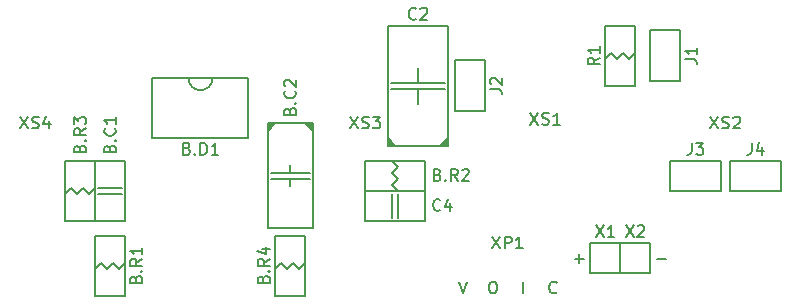
<source format=gbr>
G04 #@! TF.GenerationSoftware,KiCad,Pcbnew,5.1.6-c6e7f7d~87~ubuntu19.10.1*
G04 #@! TF.CreationDate,2022-07-30T16:28:51+06:00*
G04 #@! TF.ProjectId,1590BB2_connector_board_extended_r1a,31353930-4242-4325-9f63-6f6e6e656374,1A*
G04 #@! TF.SameCoordinates,Original*
G04 #@! TF.FileFunction,Legend,Top*
G04 #@! TF.FilePolarity,Positive*
%FSLAX46Y46*%
G04 Gerber Fmt 4.6, Leading zero omitted, Abs format (unit mm)*
G04 Created by KiCad (PCBNEW 5.1.6-c6e7f7d~87~ubuntu19.10.1) date 2022-07-30 16:28:51*
%MOMM*%
%LPD*%
G01*
G04 APERTURE LIST*
%ADD10C,0.200000*%
%ADD11R,2.000000X1.800000*%
%ADD12R,1.800000X2.000000*%
%ADD13R,2.600000X2.800000*%
%ADD14R,2.400000X0.800000*%
%ADD15R,2.400000X2.800000*%
%ADD16R,2.700000X2.700000*%
%ADD17O,2.900000X4.200000*%
%ADD18O,2.700000X4.100000*%
%ADD19O,5.700000X3.200000*%
%ADD20O,3.200000X5.200000*%
%ADD21O,5.200000X3.200000*%
%ADD22C,2.100000*%
%ADD23R,2.100000X2.100000*%
G04 APERTURE END LIST*
D10*
X120324523Y-160377142D02*
X120276904Y-160424761D01*
X120134047Y-160472380D01*
X120038809Y-160472380D01*
X119895952Y-160424761D01*
X119800714Y-160329523D01*
X119753095Y-160234285D01*
X119705476Y-160043809D01*
X119705476Y-159900952D01*
X119753095Y-159710476D01*
X119800714Y-159615238D01*
X119895952Y-159520000D01*
X120038809Y-159472380D01*
X120134047Y-159472380D01*
X120276904Y-159520000D01*
X120324523Y-159567619D01*
X117475000Y-160472380D02*
X117475000Y-159472380D01*
X114839761Y-159472380D02*
X115030238Y-159472380D01*
X115125476Y-159520000D01*
X115220714Y-159615238D01*
X115268333Y-159805714D01*
X115268333Y-160139047D01*
X115220714Y-160329523D01*
X115125476Y-160424761D01*
X115030238Y-160472380D01*
X114839761Y-160472380D01*
X114744523Y-160424761D01*
X114649285Y-160329523D01*
X114601666Y-160139047D01*
X114601666Y-159805714D01*
X114649285Y-159615238D01*
X114744523Y-159520000D01*
X114839761Y-159472380D01*
X112061666Y-159472380D02*
X112395000Y-160472380D01*
X112728333Y-159472380D01*
X128841547Y-157551428D02*
X129603452Y-157551428D01*
X121856547Y-157551428D02*
X122618452Y-157551428D01*
X122237500Y-157932380D02*
X122237500Y-157170476D01*
X111760000Y-140716000D02*
X111760000Y-145034000D01*
X114300000Y-140716000D02*
X114300000Y-145034000D01*
X114300000Y-145034000D02*
X111760000Y-145034000D01*
X114300000Y-140716000D02*
X111760000Y-140716000D01*
X139319000Y-149225000D02*
X135001000Y-149225000D01*
X139319000Y-151765000D02*
X135001000Y-151765000D01*
X135001000Y-151765000D02*
X135001000Y-149225000D01*
X139319000Y-151765000D02*
X139319000Y-149225000D01*
X129921000Y-151765000D02*
X134239000Y-151765000D01*
X129921000Y-149225000D02*
X134239000Y-149225000D01*
X134239000Y-149225000D02*
X134239000Y-151765000D01*
X129921000Y-149225000D02*
X129921000Y-151765000D01*
X130810000Y-142494000D02*
X130810000Y-138176000D01*
X128270000Y-142494000D02*
X128270000Y-138176000D01*
X128270000Y-138176000D02*
X130810000Y-138176000D01*
X128270000Y-142494000D02*
X130810000Y-142494000D01*
X108585000Y-142621000D02*
X108585000Y-141351000D01*
X108585000Y-144399000D02*
X108585000Y-143129000D01*
G36*
X106680000Y-147955000D02*
G01*
X106045000Y-147955000D01*
X106045000Y-147320000D01*
X106680000Y-147955000D01*
G37*
X106680000Y-147955000D02*
X106045000Y-147955000D01*
X106045000Y-147320000D01*
X106680000Y-147955000D01*
G36*
X111125000Y-147320000D02*
G01*
X111125000Y-147955000D01*
X110490000Y-147955000D01*
X111125000Y-147320000D01*
G37*
X111125000Y-147320000D02*
X111125000Y-147955000D01*
X110490000Y-147955000D01*
X111125000Y-147320000D01*
X106045000Y-147955000D02*
X111125000Y-147955000D01*
X106299000Y-143129000D02*
X110871000Y-143129000D01*
X106299000Y-142621000D02*
X110871000Y-142621000D01*
X106045000Y-137795000D02*
X111125000Y-137795000D01*
X106045000Y-147955000D02*
X106045000Y-137795000D01*
X111125000Y-147955000D02*
X111125000Y-137795000D01*
X97536000Y-158369000D02*
X97028000Y-157861000D01*
X97028000Y-157861000D02*
X96520000Y-158369000D01*
X97536000Y-158369000D02*
X98044000Y-157861000D01*
X98044000Y-157861000D02*
X98552000Y-158369000D01*
X98552000Y-158369000D02*
X99060000Y-157861000D01*
X99060000Y-160655000D02*
X99060000Y-155575000D01*
X96520000Y-160655000D02*
X96520000Y-155575000D01*
X96520000Y-155575000D02*
X99060000Y-155575000D01*
X96520000Y-160655000D02*
X99060000Y-160655000D01*
X78740000Y-154305000D02*
X81280000Y-154305000D01*
X78740000Y-149225000D02*
X81280000Y-149225000D01*
X78740000Y-154305000D02*
X78740000Y-149225000D01*
X81280000Y-154305000D02*
X81280000Y-149225000D01*
X80772000Y-152019000D02*
X81280000Y-151511000D01*
X80264000Y-151511000D02*
X80772000Y-152019000D01*
X79756000Y-152019000D02*
X80264000Y-151511000D01*
X79248000Y-151511000D02*
X78740000Y-152019000D01*
X79756000Y-152019000D02*
X79248000Y-151511000D01*
X104140000Y-149225000D02*
X104140000Y-151765000D01*
X109220000Y-149225000D02*
X109220000Y-151765000D01*
X104140000Y-149225000D02*
X109220000Y-149225000D01*
X104140000Y-151765000D02*
X109220000Y-151765000D01*
X106426000Y-151257000D02*
X106934000Y-151765000D01*
X106934000Y-150749000D02*
X106426000Y-151257000D01*
X106426000Y-150241000D02*
X106934000Y-150749000D01*
X106934000Y-149733000D02*
X106426000Y-149225000D01*
X106426000Y-150241000D02*
X106934000Y-149733000D01*
X82296000Y-158369000D02*
X81788000Y-157861000D01*
X81788000Y-157861000D02*
X81280000Y-158369000D01*
X82296000Y-158369000D02*
X82804000Y-157861000D01*
X82804000Y-157861000D02*
X83312000Y-158369000D01*
X83312000Y-158369000D02*
X83820000Y-157861000D01*
X83820000Y-160655000D02*
X83820000Y-155575000D01*
X81280000Y-160655000D02*
X81280000Y-155575000D01*
X81280000Y-155575000D02*
X83820000Y-155575000D01*
X81280000Y-160655000D02*
X83820000Y-160655000D01*
X86106000Y-142240000D02*
X94234000Y-142240000D01*
X94234000Y-142240000D02*
X94234000Y-147320000D01*
X94234000Y-147320000D02*
X86106000Y-147320000D01*
X86106000Y-142240000D02*
X86106000Y-147320000D01*
X89154000Y-142240000D02*
G75*
G03*
X91186000Y-142240000I1016000J0D01*
G01*
G36*
X99060000Y-146050000D02*
G01*
X99695000Y-146050000D01*
X99695000Y-146685000D01*
X99060000Y-146050000D01*
G37*
X99060000Y-146050000D02*
X99695000Y-146050000D01*
X99695000Y-146685000D01*
X99060000Y-146050000D01*
G36*
X95885000Y-146685000D02*
G01*
X95885000Y-146050000D01*
X96520000Y-146050000D01*
X95885000Y-146685000D01*
G37*
X95885000Y-146685000D02*
X95885000Y-146050000D01*
X96520000Y-146050000D01*
X95885000Y-146685000D01*
X95885000Y-146050000D02*
X95885000Y-154940000D01*
X99695000Y-146050000D02*
X99695000Y-154940000D01*
X99695000Y-154940000D02*
X95885000Y-154940000D01*
X99441000Y-150749000D02*
X96139000Y-150749000D01*
X99441000Y-150241000D02*
X96139000Y-150241000D01*
X99695000Y-146050000D02*
X95885000Y-146050000D01*
X97790000Y-149606000D02*
X97790000Y-150241000D01*
X97790000Y-150749000D02*
X97790000Y-151384000D01*
X83820000Y-154305000D02*
X83820000Y-149225000D01*
X81280000Y-154305000D02*
X81280000Y-149225000D01*
X81534000Y-151511000D02*
X83566000Y-151511000D01*
X81534000Y-152019000D02*
X83566000Y-152019000D01*
X81280000Y-149225000D02*
X83820000Y-149225000D01*
X81280000Y-154305000D02*
X83820000Y-154305000D01*
X124460000Y-142875000D02*
X127000000Y-142875000D01*
X124460000Y-137795000D02*
X127000000Y-137795000D01*
X124460000Y-142875000D02*
X124460000Y-137795000D01*
X127000000Y-142875000D02*
X127000000Y-137795000D01*
X126492000Y-140589000D02*
X127000000Y-140081000D01*
X125984000Y-140081000D02*
X126492000Y-140589000D01*
X125476000Y-140589000D02*
X125984000Y-140081000D01*
X124968000Y-140081000D02*
X124460000Y-140589000D01*
X125476000Y-140589000D02*
X124968000Y-140081000D01*
X109220000Y-151765000D02*
X104140000Y-151765000D01*
X109220000Y-154305000D02*
X104140000Y-154305000D01*
X106426000Y-154051000D02*
X106426000Y-152019000D01*
X106934000Y-154051000D02*
X106934000Y-152019000D01*
X104140000Y-154305000D02*
X104140000Y-151765000D01*
X109220000Y-154305000D02*
X109220000Y-151765000D01*
X123190000Y-156210000D02*
X125730000Y-156210000D01*
X123190000Y-158750000D02*
X125730000Y-158750000D01*
X123190000Y-156210000D02*
X123190000Y-158750000D01*
X125730000Y-156210000D02*
X125730000Y-158750000D01*
X125730000Y-156210000D02*
X128270000Y-156210000D01*
X125730000Y-158750000D02*
X128270000Y-158750000D01*
X125730000Y-156210000D02*
X125730000Y-158750000D01*
X128270000Y-156210000D02*
X128270000Y-158750000D01*
X114704880Y-143208333D02*
X115419166Y-143208333D01*
X115562023Y-143255952D01*
X115657261Y-143351190D01*
X115704880Y-143494047D01*
X115704880Y-143589285D01*
X114800119Y-142779761D02*
X114752500Y-142732142D01*
X114704880Y-142636904D01*
X114704880Y-142398809D01*
X114752500Y-142303571D01*
X114800119Y-142255952D01*
X114895357Y-142208333D01*
X114990595Y-142208333D01*
X115133452Y-142255952D01*
X115704880Y-142827380D01*
X115704880Y-142208333D01*
X136826666Y-147724880D02*
X136826666Y-148439166D01*
X136779047Y-148582023D01*
X136683809Y-148677261D01*
X136540952Y-148724880D01*
X136445714Y-148724880D01*
X137731428Y-148058214D02*
X137731428Y-148724880D01*
X137493333Y-147677261D02*
X137255238Y-148391547D01*
X137874285Y-148391547D01*
X131746666Y-147724880D02*
X131746666Y-148439166D01*
X131699047Y-148582023D01*
X131603809Y-148677261D01*
X131460952Y-148724880D01*
X131365714Y-148724880D01*
X132127619Y-147724880D02*
X132746666Y-147724880D01*
X132413333Y-148105833D01*
X132556190Y-148105833D01*
X132651428Y-148153452D01*
X132699047Y-148201071D01*
X132746666Y-148296309D01*
X132746666Y-148534404D01*
X132699047Y-148629642D01*
X132651428Y-148677261D01*
X132556190Y-148724880D01*
X132270476Y-148724880D01*
X132175238Y-148677261D01*
X132127619Y-148629642D01*
X131214880Y-140668333D02*
X131929166Y-140668333D01*
X132072023Y-140715952D01*
X132167261Y-140811190D01*
X132214880Y-140954047D01*
X132214880Y-141049285D01*
X132214880Y-139668333D02*
X132214880Y-140239761D01*
X132214880Y-139954047D02*
X131214880Y-139954047D01*
X131357738Y-140049285D01*
X131452976Y-140144523D01*
X131500595Y-140239761D01*
X108418333Y-137199642D02*
X108370714Y-137247261D01*
X108227857Y-137294880D01*
X108132619Y-137294880D01*
X107989761Y-137247261D01*
X107894523Y-137152023D01*
X107846904Y-137056785D01*
X107799285Y-136866309D01*
X107799285Y-136723452D01*
X107846904Y-136532976D01*
X107894523Y-136437738D01*
X107989761Y-136342500D01*
X108132619Y-136294880D01*
X108227857Y-136294880D01*
X108370714Y-136342500D01*
X108418333Y-136390119D01*
X108799285Y-136390119D02*
X108846904Y-136342500D01*
X108942142Y-136294880D01*
X109180238Y-136294880D01*
X109275476Y-136342500D01*
X109323095Y-136390119D01*
X109370714Y-136485357D01*
X109370714Y-136580595D01*
X109323095Y-136723452D01*
X108751666Y-137294880D01*
X109370714Y-137294880D01*
X95496071Y-159257857D02*
X95543690Y-159115000D01*
X95591309Y-159067380D01*
X95686547Y-159019761D01*
X95829404Y-159019761D01*
X95924642Y-159067380D01*
X95972261Y-159115000D01*
X96019880Y-159210238D01*
X96019880Y-159591190D01*
X95019880Y-159591190D01*
X95019880Y-159257857D01*
X95067500Y-159162619D01*
X95115119Y-159115000D01*
X95210357Y-159067380D01*
X95305595Y-159067380D01*
X95400833Y-159115000D01*
X95448452Y-159162619D01*
X95496071Y-159257857D01*
X95496071Y-159591190D01*
X95924642Y-158591190D02*
X95972261Y-158543571D01*
X96019880Y-158591190D01*
X95972261Y-158638809D01*
X95924642Y-158591190D01*
X96019880Y-158591190D01*
X96019880Y-157543571D02*
X95543690Y-157876904D01*
X96019880Y-158115000D02*
X95019880Y-158115000D01*
X95019880Y-157734047D01*
X95067500Y-157638809D01*
X95115119Y-157591190D01*
X95210357Y-157543571D01*
X95353214Y-157543571D01*
X95448452Y-157591190D01*
X95496071Y-157638809D01*
X95543690Y-157734047D01*
X95543690Y-158115000D01*
X95353214Y-156686428D02*
X96019880Y-156686428D01*
X94972261Y-156924523D02*
X95686547Y-157162619D01*
X95686547Y-156543571D01*
X79938571Y-148206071D02*
X79986190Y-148063214D01*
X80033809Y-148015595D01*
X80129047Y-147967976D01*
X80271904Y-147967976D01*
X80367142Y-148015595D01*
X80414761Y-148063214D01*
X80462380Y-148158452D01*
X80462380Y-148539404D01*
X79462380Y-148539404D01*
X79462380Y-148206071D01*
X79510000Y-148110833D01*
X79557619Y-148063214D01*
X79652857Y-148015595D01*
X79748095Y-148015595D01*
X79843333Y-148063214D01*
X79890952Y-148110833D01*
X79938571Y-148206071D01*
X79938571Y-148539404D01*
X80367142Y-147539404D02*
X80414761Y-147491785D01*
X80462380Y-147539404D01*
X80414761Y-147587023D01*
X80367142Y-147539404D01*
X80462380Y-147539404D01*
X80462380Y-146491785D02*
X79986190Y-146825119D01*
X80462380Y-147063214D02*
X79462380Y-147063214D01*
X79462380Y-146682261D01*
X79510000Y-146587023D01*
X79557619Y-146539404D01*
X79652857Y-146491785D01*
X79795714Y-146491785D01*
X79890952Y-146539404D01*
X79938571Y-146587023D01*
X79986190Y-146682261D01*
X79986190Y-147063214D01*
X79462380Y-146158452D02*
X79462380Y-145539404D01*
X79843333Y-145872738D01*
X79843333Y-145729880D01*
X79890952Y-145634642D01*
X79938571Y-145587023D01*
X80033809Y-145539404D01*
X80271904Y-145539404D01*
X80367142Y-145587023D01*
X80414761Y-145634642D01*
X80462380Y-145729880D01*
X80462380Y-146015595D01*
X80414761Y-146110833D01*
X80367142Y-146158452D01*
X110238928Y-150423571D02*
X110381785Y-150471190D01*
X110429404Y-150518809D01*
X110477023Y-150614047D01*
X110477023Y-150756904D01*
X110429404Y-150852142D01*
X110381785Y-150899761D01*
X110286547Y-150947380D01*
X109905595Y-150947380D01*
X109905595Y-149947380D01*
X110238928Y-149947380D01*
X110334166Y-149995000D01*
X110381785Y-150042619D01*
X110429404Y-150137857D01*
X110429404Y-150233095D01*
X110381785Y-150328333D01*
X110334166Y-150375952D01*
X110238928Y-150423571D01*
X109905595Y-150423571D01*
X110905595Y-150852142D02*
X110953214Y-150899761D01*
X110905595Y-150947380D01*
X110857976Y-150899761D01*
X110905595Y-150852142D01*
X110905595Y-150947380D01*
X111953214Y-150947380D02*
X111619880Y-150471190D01*
X111381785Y-150947380D02*
X111381785Y-149947380D01*
X111762738Y-149947380D01*
X111857976Y-149995000D01*
X111905595Y-150042619D01*
X111953214Y-150137857D01*
X111953214Y-150280714D01*
X111905595Y-150375952D01*
X111857976Y-150423571D01*
X111762738Y-150471190D01*
X111381785Y-150471190D01*
X112334166Y-150042619D02*
X112381785Y-149995000D01*
X112477023Y-149947380D01*
X112715119Y-149947380D01*
X112810357Y-149995000D01*
X112857976Y-150042619D01*
X112905595Y-150137857D01*
X112905595Y-150233095D01*
X112857976Y-150375952D01*
X112286547Y-150947380D01*
X112905595Y-150947380D01*
X84701071Y-159257857D02*
X84748690Y-159115000D01*
X84796309Y-159067380D01*
X84891547Y-159019761D01*
X85034404Y-159019761D01*
X85129642Y-159067380D01*
X85177261Y-159115000D01*
X85224880Y-159210238D01*
X85224880Y-159591190D01*
X84224880Y-159591190D01*
X84224880Y-159257857D01*
X84272500Y-159162619D01*
X84320119Y-159115000D01*
X84415357Y-159067380D01*
X84510595Y-159067380D01*
X84605833Y-159115000D01*
X84653452Y-159162619D01*
X84701071Y-159257857D01*
X84701071Y-159591190D01*
X85129642Y-158591190D02*
X85177261Y-158543571D01*
X85224880Y-158591190D01*
X85177261Y-158638809D01*
X85129642Y-158591190D01*
X85224880Y-158591190D01*
X85224880Y-157543571D02*
X84748690Y-157876904D01*
X85224880Y-158115000D02*
X84224880Y-158115000D01*
X84224880Y-157734047D01*
X84272500Y-157638809D01*
X84320119Y-157591190D01*
X84415357Y-157543571D01*
X84558214Y-157543571D01*
X84653452Y-157591190D01*
X84701071Y-157638809D01*
X84748690Y-157734047D01*
X84748690Y-158115000D01*
X85224880Y-156591190D02*
X85224880Y-157162619D01*
X85224880Y-156876904D02*
X84224880Y-156876904D01*
X84367738Y-156972142D01*
X84462976Y-157067380D01*
X84510595Y-157162619D01*
X89027142Y-148201071D02*
X89170000Y-148248690D01*
X89217619Y-148296309D01*
X89265238Y-148391547D01*
X89265238Y-148534404D01*
X89217619Y-148629642D01*
X89170000Y-148677261D01*
X89074761Y-148724880D01*
X88693809Y-148724880D01*
X88693809Y-147724880D01*
X89027142Y-147724880D01*
X89122380Y-147772500D01*
X89170000Y-147820119D01*
X89217619Y-147915357D01*
X89217619Y-148010595D01*
X89170000Y-148105833D01*
X89122380Y-148153452D01*
X89027142Y-148201071D01*
X88693809Y-148201071D01*
X89693809Y-148629642D02*
X89741428Y-148677261D01*
X89693809Y-148724880D01*
X89646190Y-148677261D01*
X89693809Y-148629642D01*
X89693809Y-148724880D01*
X90170000Y-148724880D02*
X90170000Y-147724880D01*
X90408095Y-147724880D01*
X90550952Y-147772500D01*
X90646190Y-147867738D01*
X90693809Y-147962976D01*
X90741428Y-148153452D01*
X90741428Y-148296309D01*
X90693809Y-148486785D01*
X90646190Y-148582023D01*
X90550952Y-148677261D01*
X90408095Y-148724880D01*
X90170000Y-148724880D01*
X91693809Y-148724880D02*
X91122380Y-148724880D01*
X91408095Y-148724880D02*
X91408095Y-147724880D01*
X91312857Y-147867738D01*
X91217619Y-147962976D01*
X91122380Y-148010595D01*
X97718571Y-145031071D02*
X97766190Y-144888214D01*
X97813809Y-144840595D01*
X97909047Y-144792976D01*
X98051904Y-144792976D01*
X98147142Y-144840595D01*
X98194761Y-144888214D01*
X98242380Y-144983452D01*
X98242380Y-145364404D01*
X97242380Y-145364404D01*
X97242380Y-145031071D01*
X97290000Y-144935833D01*
X97337619Y-144888214D01*
X97432857Y-144840595D01*
X97528095Y-144840595D01*
X97623333Y-144888214D01*
X97670952Y-144935833D01*
X97718571Y-145031071D01*
X97718571Y-145364404D01*
X98147142Y-144364404D02*
X98194761Y-144316785D01*
X98242380Y-144364404D01*
X98194761Y-144412023D01*
X98147142Y-144364404D01*
X98242380Y-144364404D01*
X98147142Y-143316785D02*
X98194761Y-143364404D01*
X98242380Y-143507261D01*
X98242380Y-143602500D01*
X98194761Y-143745357D01*
X98099523Y-143840595D01*
X98004285Y-143888214D01*
X97813809Y-143935833D01*
X97670952Y-143935833D01*
X97480476Y-143888214D01*
X97385238Y-143840595D01*
X97290000Y-143745357D01*
X97242380Y-143602500D01*
X97242380Y-143507261D01*
X97290000Y-143364404D01*
X97337619Y-143316785D01*
X97337619Y-142935833D02*
X97290000Y-142888214D01*
X97242380Y-142792976D01*
X97242380Y-142554880D01*
X97290000Y-142459642D01*
X97337619Y-142412023D01*
X97432857Y-142364404D01*
X97528095Y-142364404D01*
X97670952Y-142412023D01*
X98242380Y-142983452D01*
X98242380Y-142364404D01*
X82478571Y-148206071D02*
X82526190Y-148063214D01*
X82573809Y-148015595D01*
X82669047Y-147967976D01*
X82811904Y-147967976D01*
X82907142Y-148015595D01*
X82954761Y-148063214D01*
X83002380Y-148158452D01*
X83002380Y-148539404D01*
X82002380Y-148539404D01*
X82002380Y-148206071D01*
X82050000Y-148110833D01*
X82097619Y-148063214D01*
X82192857Y-148015595D01*
X82288095Y-148015595D01*
X82383333Y-148063214D01*
X82430952Y-148110833D01*
X82478571Y-148206071D01*
X82478571Y-148539404D01*
X82907142Y-147539404D02*
X82954761Y-147491785D01*
X83002380Y-147539404D01*
X82954761Y-147587023D01*
X82907142Y-147539404D01*
X83002380Y-147539404D01*
X82907142Y-146491785D02*
X82954761Y-146539404D01*
X83002380Y-146682261D01*
X83002380Y-146777500D01*
X82954761Y-146920357D01*
X82859523Y-147015595D01*
X82764285Y-147063214D01*
X82573809Y-147110833D01*
X82430952Y-147110833D01*
X82240476Y-147063214D01*
X82145238Y-147015595D01*
X82050000Y-146920357D01*
X82002380Y-146777500D01*
X82002380Y-146682261D01*
X82050000Y-146539404D01*
X82097619Y-146491785D01*
X83002380Y-145539404D02*
X83002380Y-146110833D01*
X83002380Y-145825119D02*
X82002380Y-145825119D01*
X82145238Y-145920357D01*
X82240476Y-146015595D01*
X82288095Y-146110833D01*
X123959880Y-140501666D02*
X123483690Y-140835000D01*
X123959880Y-141073095D02*
X122959880Y-141073095D01*
X122959880Y-140692142D01*
X123007500Y-140596904D01*
X123055119Y-140549285D01*
X123150357Y-140501666D01*
X123293214Y-140501666D01*
X123388452Y-140549285D01*
X123436071Y-140596904D01*
X123483690Y-140692142D01*
X123483690Y-141073095D01*
X123959880Y-139549285D02*
X123959880Y-140120714D01*
X123959880Y-139835000D02*
X122959880Y-139835000D01*
X123102738Y-139930238D01*
X123197976Y-140025476D01*
X123245595Y-140120714D01*
X110477023Y-153392142D02*
X110429404Y-153439761D01*
X110286547Y-153487380D01*
X110191309Y-153487380D01*
X110048452Y-153439761D01*
X109953214Y-153344523D01*
X109905595Y-153249285D01*
X109857976Y-153058809D01*
X109857976Y-152915952D01*
X109905595Y-152725476D01*
X109953214Y-152630238D01*
X110048452Y-152535000D01*
X110191309Y-152487380D01*
X110286547Y-152487380D01*
X110429404Y-152535000D01*
X110477023Y-152582619D01*
X111334166Y-152820714D02*
X111334166Y-153487380D01*
X111096071Y-152439761D02*
X110857976Y-153154047D01*
X111477023Y-153154047D01*
X102854285Y-145502380D02*
X103520952Y-146502380D01*
X103520952Y-145502380D02*
X102854285Y-146502380D01*
X103854285Y-146454761D02*
X103997142Y-146502380D01*
X104235238Y-146502380D01*
X104330476Y-146454761D01*
X104378095Y-146407142D01*
X104425714Y-146311904D01*
X104425714Y-146216666D01*
X104378095Y-146121428D01*
X104330476Y-146073809D01*
X104235238Y-146026190D01*
X104044761Y-145978571D01*
X103949523Y-145930952D01*
X103901904Y-145883333D01*
X103854285Y-145788095D01*
X103854285Y-145692857D01*
X103901904Y-145597619D01*
X103949523Y-145550000D01*
X104044761Y-145502380D01*
X104282857Y-145502380D01*
X104425714Y-145550000D01*
X104759047Y-145502380D02*
X105378095Y-145502380D01*
X105044761Y-145883333D01*
X105187619Y-145883333D01*
X105282857Y-145930952D01*
X105330476Y-145978571D01*
X105378095Y-146073809D01*
X105378095Y-146311904D01*
X105330476Y-146407142D01*
X105282857Y-146454761D01*
X105187619Y-146502380D01*
X104901904Y-146502380D01*
X104806666Y-146454761D01*
X104759047Y-146407142D01*
X133334285Y-145502380D02*
X134000952Y-146502380D01*
X134000952Y-145502380D02*
X133334285Y-146502380D01*
X134334285Y-146454761D02*
X134477142Y-146502380D01*
X134715238Y-146502380D01*
X134810476Y-146454761D01*
X134858095Y-146407142D01*
X134905714Y-146311904D01*
X134905714Y-146216666D01*
X134858095Y-146121428D01*
X134810476Y-146073809D01*
X134715238Y-146026190D01*
X134524761Y-145978571D01*
X134429523Y-145930952D01*
X134381904Y-145883333D01*
X134334285Y-145788095D01*
X134334285Y-145692857D01*
X134381904Y-145597619D01*
X134429523Y-145550000D01*
X134524761Y-145502380D01*
X134762857Y-145502380D01*
X134905714Y-145550000D01*
X135286666Y-145597619D02*
X135334285Y-145550000D01*
X135429523Y-145502380D01*
X135667619Y-145502380D01*
X135762857Y-145550000D01*
X135810476Y-145597619D01*
X135858095Y-145692857D01*
X135858095Y-145788095D01*
X135810476Y-145930952D01*
X135239047Y-146502380D01*
X135858095Y-146502380D01*
X74914285Y-145502380D02*
X75580952Y-146502380D01*
X75580952Y-145502380D02*
X74914285Y-146502380D01*
X75914285Y-146454761D02*
X76057142Y-146502380D01*
X76295238Y-146502380D01*
X76390476Y-146454761D01*
X76438095Y-146407142D01*
X76485714Y-146311904D01*
X76485714Y-146216666D01*
X76438095Y-146121428D01*
X76390476Y-146073809D01*
X76295238Y-146026190D01*
X76104761Y-145978571D01*
X76009523Y-145930952D01*
X75961904Y-145883333D01*
X75914285Y-145788095D01*
X75914285Y-145692857D01*
X75961904Y-145597619D01*
X76009523Y-145550000D01*
X76104761Y-145502380D01*
X76342857Y-145502380D01*
X76485714Y-145550000D01*
X77342857Y-145835714D02*
X77342857Y-146502380D01*
X77104761Y-145454761D02*
X76866666Y-146169047D01*
X77485714Y-146169047D01*
X118094285Y-145184880D02*
X118760952Y-146184880D01*
X118760952Y-145184880D02*
X118094285Y-146184880D01*
X119094285Y-146137261D02*
X119237142Y-146184880D01*
X119475238Y-146184880D01*
X119570476Y-146137261D01*
X119618095Y-146089642D01*
X119665714Y-145994404D01*
X119665714Y-145899166D01*
X119618095Y-145803928D01*
X119570476Y-145756309D01*
X119475238Y-145708690D01*
X119284761Y-145661071D01*
X119189523Y-145613452D01*
X119141904Y-145565833D01*
X119094285Y-145470595D01*
X119094285Y-145375357D01*
X119141904Y-145280119D01*
X119189523Y-145232500D01*
X119284761Y-145184880D01*
X119522857Y-145184880D01*
X119665714Y-145232500D01*
X120618095Y-146184880D02*
X120046666Y-146184880D01*
X120332380Y-146184880D02*
X120332380Y-145184880D01*
X120237142Y-145327738D01*
X120141904Y-145422976D01*
X120046666Y-145470595D01*
X114895476Y-155662380D02*
X115562142Y-156662380D01*
X115562142Y-155662380D02*
X114895476Y-156662380D01*
X115943095Y-156662380D02*
X115943095Y-155662380D01*
X116324047Y-155662380D01*
X116419285Y-155710000D01*
X116466904Y-155757619D01*
X116514523Y-155852857D01*
X116514523Y-155995714D01*
X116466904Y-156090952D01*
X116419285Y-156138571D01*
X116324047Y-156186190D01*
X115943095Y-156186190D01*
X117466904Y-156662380D02*
X116895476Y-156662380D01*
X117181190Y-156662380D02*
X117181190Y-155662380D01*
X117085952Y-155805238D01*
X116990714Y-155900476D01*
X116895476Y-155948095D01*
X123650476Y-154709880D02*
X124317142Y-155709880D01*
X124317142Y-154709880D02*
X123650476Y-155709880D01*
X125221904Y-155709880D02*
X124650476Y-155709880D01*
X124936190Y-155709880D02*
X124936190Y-154709880D01*
X124840952Y-154852738D01*
X124745714Y-154947976D01*
X124650476Y-154995595D01*
X126190476Y-154709880D02*
X126857142Y-155709880D01*
X126857142Y-154709880D02*
X126190476Y-155709880D01*
X127190476Y-154805119D02*
X127238095Y-154757500D01*
X127333333Y-154709880D01*
X127571428Y-154709880D01*
X127666666Y-154757500D01*
X127714285Y-154805119D01*
X127761904Y-154900357D01*
X127761904Y-154995595D01*
X127714285Y-155138452D01*
X127142857Y-155709880D01*
X127761904Y-155709880D01*
%LPC*%
D11*
X113030000Y-141925000D03*
X113030000Y-143825000D03*
D12*
X138110000Y-150495000D03*
X136210000Y-150495000D03*
X131130000Y-150495000D03*
X133030000Y-150495000D03*
D11*
X129540000Y-141285000D03*
X129540000Y-139385000D03*
D13*
X108585000Y-139675000D03*
X108585000Y-146075000D03*
D11*
X97790000Y-156715000D03*
X97790000Y-159515000D03*
X80010000Y-153165000D03*
X80010000Y-150365000D03*
D12*
X105280000Y-150495000D03*
X108080000Y-150495000D03*
D11*
X82550000Y-156715000D03*
X82550000Y-159515000D03*
D14*
X87570000Y-142875000D03*
X87570000Y-144145000D03*
X87570000Y-145415000D03*
X87570000Y-146685000D03*
X92770000Y-146685000D03*
X92770000Y-145415000D03*
X92770000Y-144145000D03*
X92770000Y-142875000D03*
D15*
X97790000Y-147995000D03*
X97790000Y-152995000D03*
D11*
X82550000Y-150365000D03*
X82550000Y-153165000D03*
D16*
X92670000Y-139075000D03*
X87670000Y-139075000D03*
X87770000Y-151775000D03*
X87770000Y-155575000D03*
X87770000Y-159375000D03*
X92570000Y-151775000D03*
X92570000Y-159375000D03*
X92570000Y-155575000D03*
D11*
X125730000Y-141735000D03*
X125730000Y-138935000D03*
D12*
X105280000Y-153035000D03*
X108080000Y-153035000D03*
D17*
X104140000Y-142755000D03*
D18*
X106640000Y-157755000D03*
X101640000Y-157755000D03*
D17*
X134620000Y-142755000D03*
D18*
X137120000Y-157755000D03*
X132120000Y-157755000D03*
X73700000Y-157755000D03*
X78700000Y-157755000D03*
D17*
X76200000Y-142755000D03*
D19*
X119380000Y-148755000D03*
D20*
X124180000Y-146255000D03*
D21*
X119380000Y-142755000D03*
D22*
X113030000Y-139065000D03*
D23*
X113030000Y-146685000D03*
X112455000Y-158115000D03*
X114955000Y-158115000D03*
X117455000Y-158115000D03*
D22*
X119955000Y-158115000D03*
D23*
X118110000Y-153035000D03*
X113030000Y-153035000D03*
X124460000Y-157480000D03*
D22*
X124460000Y-153035000D03*
G36*
G01*
X122970000Y-152615000D02*
X122970000Y-153455000D01*
G75*
G02*
X122340000Y-154085000I-630000J0D01*
G01*
X121500000Y-154085000D01*
G75*
G02*
X120870000Y-153455000I0J630000D01*
G01*
X120870000Y-152615000D01*
G75*
G02*
X121500000Y-151985000I630000J0D01*
G01*
X122340000Y-151985000D01*
G75*
G02*
X122970000Y-152615000I0J-630000D01*
G01*
G37*
D23*
X127000000Y-157480000D03*
M02*

</source>
